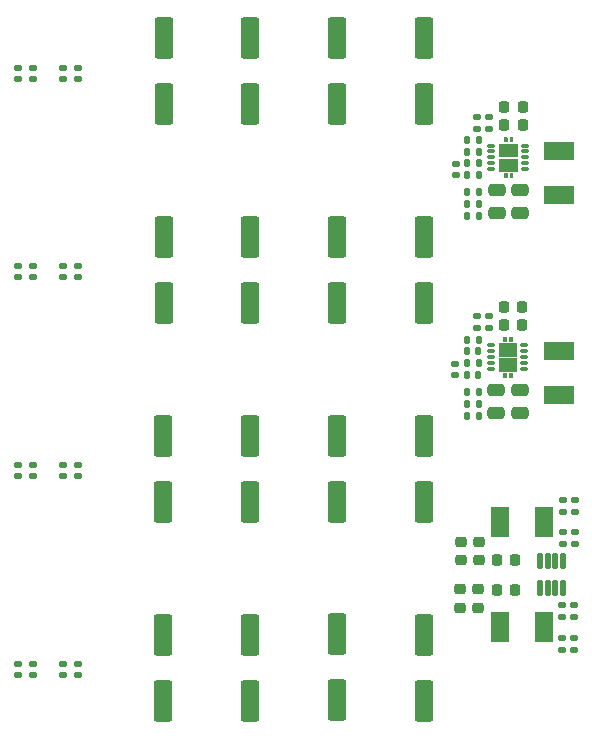
<source format=gbp>
%TF.GenerationSoftware,KiCad,Pcbnew,7.0.9*%
%TF.CreationDate,2024-12-30T23:35:23+08:00*%
%TF.ProjectId,ver0.1,76657230-2e31-42e6-9b69-6361645f7063,rev?*%
%TF.SameCoordinates,Original*%
%TF.FileFunction,Paste,Bot*%
%TF.FilePolarity,Positive*%
%FSLAX46Y46*%
G04 Gerber Fmt 4.6, Leading zero omitted, Abs format (unit mm)*
G04 Created by KiCad (PCBNEW 7.0.9) date 2024-12-30 23:35:23*
%MOMM*%
%LPD*%
G01*
G04 APERTURE LIST*
G04 Aperture macros list*
%AMRoundRect*
0 Rectangle with rounded corners*
0 $1 Rounding radius*
0 $2 $3 $4 $5 $6 $7 $8 $9 X,Y pos of 4 corners*
0 Add a 4 corners polygon primitive as box body*
4,1,4,$2,$3,$4,$5,$6,$7,$8,$9,$2,$3,0*
0 Add four circle primitives for the rounded corners*
1,1,$1+$1,$2,$3*
1,1,$1+$1,$4,$5*
1,1,$1+$1,$6,$7*
1,1,$1+$1,$8,$9*
0 Add four rect primitives between the rounded corners*
20,1,$1+$1,$2,$3,$4,$5,0*
20,1,$1+$1,$4,$5,$6,$7,0*
20,1,$1+$1,$6,$7,$8,$9,0*
20,1,$1+$1,$8,$9,$2,$3,0*%
G04 Aperture macros list end*
%ADD10C,0.010000*%
%ADD11RoundRect,0.225000X-0.225000X-0.250000X0.225000X-0.250000X0.225000X0.250000X-0.225000X0.250000X0*%
%ADD12RoundRect,0.250000X0.475000X-0.250000X0.475000X0.250000X-0.475000X0.250000X-0.475000X-0.250000X0*%
%ADD13RoundRect,0.250000X-0.550000X1.500000X-0.550000X-1.500000X0.550000X-1.500000X0.550000X1.500000X0*%
%ADD14RoundRect,0.140000X0.140000X0.170000X-0.140000X0.170000X-0.140000X-0.170000X0.140000X-0.170000X0*%
%ADD15RoundRect,0.140000X-0.170000X0.140000X-0.170000X-0.140000X0.170000X-0.140000X0.170000X0.140000X0*%
%ADD16RoundRect,0.030000X0.270000X0.090000X-0.270000X0.090000X-0.270000X-0.090000X0.270000X-0.090000X0*%
%ADD17RoundRect,0.125000X0.125000X-0.537500X0.125000X0.537500X-0.125000X0.537500X-0.125000X-0.537500X0*%
%ADD18R,1.500000X2.500000*%
%ADD19RoundRect,0.135000X0.185000X-0.135000X0.185000X0.135000X-0.185000X0.135000X-0.185000X-0.135000X0*%
%ADD20RoundRect,0.135000X-0.135000X-0.185000X0.135000X-0.185000X0.135000X0.185000X-0.135000X0.185000X0*%
%ADD21RoundRect,0.135000X-0.185000X0.135000X-0.185000X-0.135000X0.185000X-0.135000X0.185000X0.135000X0*%
%ADD22RoundRect,0.135000X0.135000X0.185000X-0.135000X0.185000X-0.135000X-0.185000X0.135000X-0.185000X0*%
%ADD23R,2.500000X1.500000*%
%ADD24RoundRect,0.225000X0.250000X-0.225000X0.250000X0.225000X-0.250000X0.225000X-0.250000X-0.225000X0*%
%ADD25RoundRect,0.225000X-0.250000X0.225000X-0.250000X-0.225000X0.250000X-0.225000X0.250000X0.225000X0*%
G04 APERTURE END LIST*
%TO.C,U2*%
D10*
X178361600Y-85296000D02*
X178363600Y-85296000D01*
X178366600Y-85297000D01*
X178368600Y-85297000D01*
X178371600Y-85298000D01*
X178373600Y-85299000D01*
X178376600Y-85300000D01*
X178378600Y-85302000D01*
X178380600Y-85303000D01*
X178382600Y-85305000D01*
X178384600Y-85306000D01*
X178386600Y-85308000D01*
X178388600Y-85310000D01*
X178390600Y-85312000D01*
X178392600Y-85314000D01*
X178393600Y-85316000D01*
X178395600Y-85318000D01*
X178396600Y-85320000D01*
X178398600Y-85322000D01*
X178399600Y-85325000D01*
X178400600Y-85327000D01*
X178401600Y-85330000D01*
X178401600Y-85332000D01*
X178402600Y-85335000D01*
X178402600Y-85337000D01*
X178403600Y-85340000D01*
X178403600Y-85342000D01*
X178403600Y-85345000D01*
X178403600Y-85635000D01*
X178153600Y-85635000D01*
X178153600Y-85345000D01*
X178153600Y-85342000D01*
X178153600Y-85340000D01*
X178154600Y-85337000D01*
X178154600Y-85335000D01*
X178155600Y-85332000D01*
X178155600Y-85330000D01*
X178156600Y-85327000D01*
X178157600Y-85325000D01*
X178158600Y-85322000D01*
X178160600Y-85320000D01*
X178161600Y-85318000D01*
X178163600Y-85316000D01*
X178164600Y-85314000D01*
X178166600Y-85312000D01*
X178168600Y-85310000D01*
X178170600Y-85308000D01*
X178172600Y-85306000D01*
X178174600Y-85305000D01*
X178176600Y-85303000D01*
X178178600Y-85302000D01*
X178180600Y-85300000D01*
X178183600Y-85299000D01*
X178185600Y-85298000D01*
X178188600Y-85297000D01*
X178190600Y-85297000D01*
X178193600Y-85296000D01*
X178195600Y-85296000D01*
X178198600Y-85295000D01*
X178200600Y-85295000D01*
X178203600Y-85295000D01*
X178353600Y-85295000D01*
X178356600Y-85295000D01*
X178358600Y-85295000D01*
X178361600Y-85296000D01*
G36*
X178361600Y-85296000D02*
G01*
X178363600Y-85296000D01*
X178366600Y-85297000D01*
X178368600Y-85297000D01*
X178371600Y-85298000D01*
X178373600Y-85299000D01*
X178376600Y-85300000D01*
X178378600Y-85302000D01*
X178380600Y-85303000D01*
X178382600Y-85305000D01*
X178384600Y-85306000D01*
X178386600Y-85308000D01*
X178388600Y-85310000D01*
X178390600Y-85312000D01*
X178392600Y-85314000D01*
X178393600Y-85316000D01*
X178395600Y-85318000D01*
X178396600Y-85320000D01*
X178398600Y-85322000D01*
X178399600Y-85325000D01*
X178400600Y-85327000D01*
X178401600Y-85330000D01*
X178401600Y-85332000D01*
X178402600Y-85335000D01*
X178402600Y-85337000D01*
X178403600Y-85340000D01*
X178403600Y-85342000D01*
X178403600Y-85345000D01*
X178403600Y-85635000D01*
X178153600Y-85635000D01*
X178153600Y-85345000D01*
X178153600Y-85342000D01*
X178153600Y-85340000D01*
X178154600Y-85337000D01*
X178154600Y-85335000D01*
X178155600Y-85332000D01*
X178155600Y-85330000D01*
X178156600Y-85327000D01*
X178157600Y-85325000D01*
X178158600Y-85322000D01*
X178160600Y-85320000D01*
X178161600Y-85318000D01*
X178163600Y-85316000D01*
X178164600Y-85314000D01*
X178166600Y-85312000D01*
X178168600Y-85310000D01*
X178170600Y-85308000D01*
X178172600Y-85306000D01*
X178174600Y-85305000D01*
X178176600Y-85303000D01*
X178178600Y-85302000D01*
X178180600Y-85300000D01*
X178183600Y-85299000D01*
X178185600Y-85298000D01*
X178188600Y-85297000D01*
X178190600Y-85297000D01*
X178193600Y-85296000D01*
X178195600Y-85296000D01*
X178198600Y-85295000D01*
X178200600Y-85295000D01*
X178203600Y-85295000D01*
X178353600Y-85295000D01*
X178356600Y-85295000D01*
X178358600Y-85295000D01*
X178361600Y-85296000D01*
G37*
X178403600Y-88645000D02*
X178403600Y-88648000D01*
X178403600Y-88650000D01*
X178402600Y-88653000D01*
X178402600Y-88655000D01*
X178401600Y-88658000D01*
X178401600Y-88660000D01*
X178400600Y-88663000D01*
X178399600Y-88665000D01*
X178398600Y-88668000D01*
X178396600Y-88670000D01*
X178395600Y-88672000D01*
X178393600Y-88674000D01*
X178392600Y-88676000D01*
X178390600Y-88678000D01*
X178388600Y-88680000D01*
X178386600Y-88682000D01*
X178384600Y-88684000D01*
X178382600Y-88685000D01*
X178380600Y-88687000D01*
X178378600Y-88688000D01*
X178376600Y-88690000D01*
X178373600Y-88691000D01*
X178371600Y-88692000D01*
X178368600Y-88693000D01*
X178366600Y-88693000D01*
X178363600Y-88694000D01*
X178361600Y-88694000D01*
X178358600Y-88695000D01*
X178356600Y-88695000D01*
X178353600Y-88695000D01*
X178203600Y-88695000D01*
X178200600Y-88695000D01*
X178198600Y-88695000D01*
X178195600Y-88694000D01*
X178193600Y-88694000D01*
X178190600Y-88693000D01*
X178188600Y-88693000D01*
X178185600Y-88692000D01*
X178183600Y-88691000D01*
X178180600Y-88690000D01*
X178178600Y-88688000D01*
X178176600Y-88687000D01*
X178174600Y-88685000D01*
X178172600Y-88684000D01*
X178170600Y-88682000D01*
X178168600Y-88680000D01*
X178166600Y-88678000D01*
X178164600Y-88676000D01*
X178163600Y-88674000D01*
X178161600Y-88672000D01*
X178160600Y-88670000D01*
X178158600Y-88668000D01*
X178157600Y-88665000D01*
X178156600Y-88663000D01*
X178155600Y-88660000D01*
X178155600Y-88658000D01*
X178154600Y-88655000D01*
X178154600Y-88653000D01*
X178153600Y-88650000D01*
X178153600Y-88648000D01*
X178153600Y-88645000D01*
X178153600Y-88355000D01*
X178403600Y-88355000D01*
X178403600Y-88645000D01*
G36*
X178403600Y-88645000D02*
G01*
X178403600Y-88648000D01*
X178403600Y-88650000D01*
X178402600Y-88653000D01*
X178402600Y-88655000D01*
X178401600Y-88658000D01*
X178401600Y-88660000D01*
X178400600Y-88663000D01*
X178399600Y-88665000D01*
X178398600Y-88668000D01*
X178396600Y-88670000D01*
X178395600Y-88672000D01*
X178393600Y-88674000D01*
X178392600Y-88676000D01*
X178390600Y-88678000D01*
X178388600Y-88680000D01*
X178386600Y-88682000D01*
X178384600Y-88684000D01*
X178382600Y-88685000D01*
X178380600Y-88687000D01*
X178378600Y-88688000D01*
X178376600Y-88690000D01*
X178373600Y-88691000D01*
X178371600Y-88692000D01*
X178368600Y-88693000D01*
X178366600Y-88693000D01*
X178363600Y-88694000D01*
X178361600Y-88694000D01*
X178358600Y-88695000D01*
X178356600Y-88695000D01*
X178353600Y-88695000D01*
X178203600Y-88695000D01*
X178200600Y-88695000D01*
X178198600Y-88695000D01*
X178195600Y-88694000D01*
X178193600Y-88694000D01*
X178190600Y-88693000D01*
X178188600Y-88693000D01*
X178185600Y-88692000D01*
X178183600Y-88691000D01*
X178180600Y-88690000D01*
X178178600Y-88688000D01*
X178176600Y-88687000D01*
X178174600Y-88685000D01*
X178172600Y-88684000D01*
X178170600Y-88682000D01*
X178168600Y-88680000D01*
X178166600Y-88678000D01*
X178164600Y-88676000D01*
X178163600Y-88674000D01*
X178161600Y-88672000D01*
X178160600Y-88670000D01*
X178158600Y-88668000D01*
X178157600Y-88665000D01*
X178156600Y-88663000D01*
X178155600Y-88660000D01*
X178155600Y-88658000D01*
X178154600Y-88655000D01*
X178154600Y-88653000D01*
X178153600Y-88650000D01*
X178153600Y-88648000D01*
X178153600Y-88645000D01*
X178153600Y-88355000D01*
X178403600Y-88355000D01*
X178403600Y-88645000D01*
G37*
X177861600Y-85296000D02*
X177863600Y-85296000D01*
X177866600Y-85297000D01*
X177868600Y-85297000D01*
X177871600Y-85298000D01*
X177873600Y-85299000D01*
X177876600Y-85300000D01*
X177878600Y-85302000D01*
X177880600Y-85303000D01*
X177882600Y-85305000D01*
X177884600Y-85306000D01*
X177886600Y-85308000D01*
X177888600Y-85310000D01*
X177890600Y-85312000D01*
X177892600Y-85314000D01*
X177893600Y-85316000D01*
X177895600Y-85318000D01*
X177896600Y-85320000D01*
X177898600Y-85322000D01*
X177899600Y-85325000D01*
X177900600Y-85327000D01*
X177901600Y-85330000D01*
X177901600Y-85332000D01*
X177902600Y-85335000D01*
X177902600Y-85337000D01*
X177903600Y-85340000D01*
X177903600Y-85342000D01*
X177903600Y-85345000D01*
X177903600Y-85635000D01*
X177653600Y-85635000D01*
X177653600Y-85345000D01*
X177653600Y-85342000D01*
X177653600Y-85340000D01*
X177654600Y-85337000D01*
X177654600Y-85335000D01*
X177655600Y-85332000D01*
X177655600Y-85330000D01*
X177656600Y-85327000D01*
X177657600Y-85325000D01*
X177658600Y-85322000D01*
X177660600Y-85320000D01*
X177661600Y-85318000D01*
X177663600Y-85316000D01*
X177664600Y-85314000D01*
X177666600Y-85312000D01*
X177668600Y-85310000D01*
X177670600Y-85308000D01*
X177672600Y-85306000D01*
X177674600Y-85305000D01*
X177676600Y-85303000D01*
X177678600Y-85302000D01*
X177680600Y-85300000D01*
X177683600Y-85299000D01*
X177685600Y-85298000D01*
X177688600Y-85297000D01*
X177690600Y-85297000D01*
X177693600Y-85296000D01*
X177695600Y-85296000D01*
X177698600Y-85295000D01*
X177700600Y-85295000D01*
X177703600Y-85295000D01*
X177853600Y-85295000D01*
X177856600Y-85295000D01*
X177858600Y-85295000D01*
X177861600Y-85296000D01*
G36*
X177861600Y-85296000D02*
G01*
X177863600Y-85296000D01*
X177866600Y-85297000D01*
X177868600Y-85297000D01*
X177871600Y-85298000D01*
X177873600Y-85299000D01*
X177876600Y-85300000D01*
X177878600Y-85302000D01*
X177880600Y-85303000D01*
X177882600Y-85305000D01*
X177884600Y-85306000D01*
X177886600Y-85308000D01*
X177888600Y-85310000D01*
X177890600Y-85312000D01*
X177892600Y-85314000D01*
X177893600Y-85316000D01*
X177895600Y-85318000D01*
X177896600Y-85320000D01*
X177898600Y-85322000D01*
X177899600Y-85325000D01*
X177900600Y-85327000D01*
X177901600Y-85330000D01*
X177901600Y-85332000D01*
X177902600Y-85335000D01*
X177902600Y-85337000D01*
X177903600Y-85340000D01*
X177903600Y-85342000D01*
X177903600Y-85345000D01*
X177903600Y-85635000D01*
X177653600Y-85635000D01*
X177653600Y-85345000D01*
X177653600Y-85342000D01*
X177653600Y-85340000D01*
X177654600Y-85337000D01*
X177654600Y-85335000D01*
X177655600Y-85332000D01*
X177655600Y-85330000D01*
X177656600Y-85327000D01*
X177657600Y-85325000D01*
X177658600Y-85322000D01*
X177660600Y-85320000D01*
X177661600Y-85318000D01*
X177663600Y-85316000D01*
X177664600Y-85314000D01*
X177666600Y-85312000D01*
X177668600Y-85310000D01*
X177670600Y-85308000D01*
X177672600Y-85306000D01*
X177674600Y-85305000D01*
X177676600Y-85303000D01*
X177678600Y-85302000D01*
X177680600Y-85300000D01*
X177683600Y-85299000D01*
X177685600Y-85298000D01*
X177688600Y-85297000D01*
X177690600Y-85297000D01*
X177693600Y-85296000D01*
X177695600Y-85296000D01*
X177698600Y-85295000D01*
X177700600Y-85295000D01*
X177703600Y-85295000D01*
X177853600Y-85295000D01*
X177856600Y-85295000D01*
X177858600Y-85295000D01*
X177861600Y-85296000D01*
G37*
X177903600Y-88645000D02*
X177903600Y-88648000D01*
X177903600Y-88650000D01*
X177902600Y-88653000D01*
X177902600Y-88655000D01*
X177901600Y-88658000D01*
X177901600Y-88660000D01*
X177900600Y-88663000D01*
X177899600Y-88665000D01*
X177898600Y-88668000D01*
X177896600Y-88670000D01*
X177895600Y-88672000D01*
X177893600Y-88674000D01*
X177892600Y-88676000D01*
X177890600Y-88678000D01*
X177888600Y-88680000D01*
X177886600Y-88682000D01*
X177884600Y-88684000D01*
X177882600Y-88685000D01*
X177880600Y-88687000D01*
X177878600Y-88688000D01*
X177876600Y-88690000D01*
X177873600Y-88691000D01*
X177871600Y-88692000D01*
X177868600Y-88693000D01*
X177866600Y-88693000D01*
X177863600Y-88694000D01*
X177861600Y-88694000D01*
X177858600Y-88695000D01*
X177856600Y-88695000D01*
X177853600Y-88695000D01*
X177703600Y-88695000D01*
X177700600Y-88695000D01*
X177698600Y-88695000D01*
X177695600Y-88694000D01*
X177693600Y-88694000D01*
X177690600Y-88693000D01*
X177688600Y-88693000D01*
X177685600Y-88692000D01*
X177683600Y-88691000D01*
X177680600Y-88690000D01*
X177678600Y-88688000D01*
X177676600Y-88687000D01*
X177674600Y-88685000D01*
X177672600Y-88684000D01*
X177670600Y-88682000D01*
X177668600Y-88680000D01*
X177666600Y-88678000D01*
X177664600Y-88676000D01*
X177663600Y-88674000D01*
X177661600Y-88672000D01*
X177660600Y-88670000D01*
X177658600Y-88668000D01*
X177657600Y-88665000D01*
X177656600Y-88663000D01*
X177655600Y-88660000D01*
X177655600Y-88658000D01*
X177654600Y-88655000D01*
X177654600Y-88653000D01*
X177653600Y-88650000D01*
X177653600Y-88648000D01*
X177653600Y-88645000D01*
X177653600Y-88355000D01*
X177903600Y-88355000D01*
X177903600Y-88645000D01*
G36*
X177903600Y-88645000D02*
G01*
X177903600Y-88648000D01*
X177903600Y-88650000D01*
X177902600Y-88653000D01*
X177902600Y-88655000D01*
X177901600Y-88658000D01*
X177901600Y-88660000D01*
X177900600Y-88663000D01*
X177899600Y-88665000D01*
X177898600Y-88668000D01*
X177896600Y-88670000D01*
X177895600Y-88672000D01*
X177893600Y-88674000D01*
X177892600Y-88676000D01*
X177890600Y-88678000D01*
X177888600Y-88680000D01*
X177886600Y-88682000D01*
X177884600Y-88684000D01*
X177882600Y-88685000D01*
X177880600Y-88687000D01*
X177878600Y-88688000D01*
X177876600Y-88690000D01*
X177873600Y-88691000D01*
X177871600Y-88692000D01*
X177868600Y-88693000D01*
X177866600Y-88693000D01*
X177863600Y-88694000D01*
X177861600Y-88694000D01*
X177858600Y-88695000D01*
X177856600Y-88695000D01*
X177853600Y-88695000D01*
X177703600Y-88695000D01*
X177700600Y-88695000D01*
X177698600Y-88695000D01*
X177695600Y-88694000D01*
X177693600Y-88694000D01*
X177690600Y-88693000D01*
X177688600Y-88693000D01*
X177685600Y-88692000D01*
X177683600Y-88691000D01*
X177680600Y-88690000D01*
X177678600Y-88688000D01*
X177676600Y-88687000D01*
X177674600Y-88685000D01*
X177672600Y-88684000D01*
X177670600Y-88682000D01*
X177668600Y-88680000D01*
X177666600Y-88678000D01*
X177664600Y-88676000D01*
X177663600Y-88674000D01*
X177661600Y-88672000D01*
X177660600Y-88670000D01*
X177658600Y-88668000D01*
X177657600Y-88665000D01*
X177656600Y-88663000D01*
X177655600Y-88660000D01*
X177655600Y-88658000D01*
X177654600Y-88655000D01*
X177654600Y-88653000D01*
X177653600Y-88650000D01*
X177653600Y-88648000D01*
X177653600Y-88645000D01*
X177653600Y-88355000D01*
X177903600Y-88355000D01*
X177903600Y-88645000D01*
G37*
X178736600Y-87096000D02*
X178738600Y-87096000D01*
X178741600Y-87097000D01*
X178743600Y-87097000D01*
X178746600Y-87098000D01*
X178748600Y-87099000D01*
X178751600Y-87100000D01*
X178753600Y-87102000D01*
X178755600Y-87103000D01*
X178757600Y-87105000D01*
X178759600Y-87106000D01*
X178761600Y-87108000D01*
X178763600Y-87110000D01*
X178765600Y-87112000D01*
X178767600Y-87114000D01*
X178768600Y-87116000D01*
X178770600Y-87118000D01*
X178771600Y-87120000D01*
X178773600Y-87122000D01*
X178774600Y-87125000D01*
X178775600Y-87127000D01*
X178776600Y-87130000D01*
X178776600Y-87132000D01*
X178777600Y-87135000D01*
X178777600Y-87137000D01*
X178778600Y-87140000D01*
X178778600Y-87142000D01*
X178778600Y-87145000D01*
X178778600Y-88105000D01*
X178778600Y-88108000D01*
X178778600Y-88110000D01*
X178777600Y-88113000D01*
X178777600Y-88115000D01*
X178776600Y-88118000D01*
X178776600Y-88120000D01*
X178775600Y-88123000D01*
X178774600Y-88125000D01*
X178773600Y-88128000D01*
X178771600Y-88130000D01*
X178770600Y-88132000D01*
X178768600Y-88134000D01*
X178767600Y-88136000D01*
X178765600Y-88138000D01*
X178763600Y-88140000D01*
X178761600Y-88142000D01*
X178759600Y-88144000D01*
X178757600Y-88145000D01*
X178755600Y-88147000D01*
X178753600Y-88148000D01*
X178751600Y-88150000D01*
X178748600Y-88151000D01*
X178746600Y-88152000D01*
X178743600Y-88153000D01*
X178741600Y-88153000D01*
X178738600Y-88154000D01*
X178736600Y-88154000D01*
X178733600Y-88155000D01*
X178731600Y-88155000D01*
X178728600Y-88155000D01*
X177328600Y-88155000D01*
X177325600Y-88155000D01*
X177323600Y-88155000D01*
X177320600Y-88154000D01*
X177318600Y-88154000D01*
X177315600Y-88153000D01*
X177313600Y-88153000D01*
X177310600Y-88152000D01*
X177308600Y-88151000D01*
X177305600Y-88150000D01*
X177303600Y-88148000D01*
X177301600Y-88147000D01*
X177299600Y-88145000D01*
X177297600Y-88144000D01*
X177295600Y-88142000D01*
X177293600Y-88140000D01*
X177291600Y-88138000D01*
X177289600Y-88136000D01*
X177288600Y-88134000D01*
X177286600Y-88132000D01*
X177285600Y-88130000D01*
X177283600Y-88128000D01*
X177282600Y-88125000D01*
X177281600Y-88123000D01*
X177280600Y-88120000D01*
X177280600Y-88118000D01*
X177279600Y-88115000D01*
X177279600Y-88113000D01*
X177278600Y-88110000D01*
X177278600Y-88108000D01*
X177278600Y-88105000D01*
X177278600Y-87145000D01*
X177278600Y-87142000D01*
X177278600Y-87140000D01*
X177279600Y-87137000D01*
X177279600Y-87135000D01*
X177280600Y-87132000D01*
X177280600Y-87130000D01*
X177281600Y-87127000D01*
X177282600Y-87125000D01*
X177283600Y-87122000D01*
X177285600Y-87120000D01*
X177286600Y-87118000D01*
X177288600Y-87116000D01*
X177289600Y-87114000D01*
X177291600Y-87112000D01*
X177293600Y-87110000D01*
X177295600Y-87108000D01*
X177297600Y-87106000D01*
X177299600Y-87105000D01*
X177301600Y-87103000D01*
X177303600Y-87102000D01*
X177305600Y-87100000D01*
X177308600Y-87099000D01*
X177310600Y-87098000D01*
X177313600Y-87097000D01*
X177315600Y-87097000D01*
X177318600Y-87096000D01*
X177320600Y-87096000D01*
X177323600Y-87095000D01*
X177325600Y-87095000D01*
X177328600Y-87095000D01*
X178728600Y-87095000D01*
X178731600Y-87095000D01*
X178733600Y-87095000D01*
X178736600Y-87096000D01*
G36*
X178736600Y-87096000D02*
G01*
X178738600Y-87096000D01*
X178741600Y-87097000D01*
X178743600Y-87097000D01*
X178746600Y-87098000D01*
X178748600Y-87099000D01*
X178751600Y-87100000D01*
X178753600Y-87102000D01*
X178755600Y-87103000D01*
X178757600Y-87105000D01*
X178759600Y-87106000D01*
X178761600Y-87108000D01*
X178763600Y-87110000D01*
X178765600Y-87112000D01*
X178767600Y-87114000D01*
X178768600Y-87116000D01*
X178770600Y-87118000D01*
X178771600Y-87120000D01*
X178773600Y-87122000D01*
X178774600Y-87125000D01*
X178775600Y-87127000D01*
X178776600Y-87130000D01*
X178776600Y-87132000D01*
X178777600Y-87135000D01*
X178777600Y-87137000D01*
X178778600Y-87140000D01*
X178778600Y-87142000D01*
X178778600Y-87145000D01*
X178778600Y-88105000D01*
X178778600Y-88108000D01*
X178778600Y-88110000D01*
X178777600Y-88113000D01*
X178777600Y-88115000D01*
X178776600Y-88118000D01*
X178776600Y-88120000D01*
X178775600Y-88123000D01*
X178774600Y-88125000D01*
X178773600Y-88128000D01*
X178771600Y-88130000D01*
X178770600Y-88132000D01*
X178768600Y-88134000D01*
X178767600Y-88136000D01*
X178765600Y-88138000D01*
X178763600Y-88140000D01*
X178761600Y-88142000D01*
X178759600Y-88144000D01*
X178757600Y-88145000D01*
X178755600Y-88147000D01*
X178753600Y-88148000D01*
X178751600Y-88150000D01*
X178748600Y-88151000D01*
X178746600Y-88152000D01*
X178743600Y-88153000D01*
X178741600Y-88153000D01*
X178738600Y-88154000D01*
X178736600Y-88154000D01*
X178733600Y-88155000D01*
X178731600Y-88155000D01*
X178728600Y-88155000D01*
X177328600Y-88155000D01*
X177325600Y-88155000D01*
X177323600Y-88155000D01*
X177320600Y-88154000D01*
X177318600Y-88154000D01*
X177315600Y-88153000D01*
X177313600Y-88153000D01*
X177310600Y-88152000D01*
X177308600Y-88151000D01*
X177305600Y-88150000D01*
X177303600Y-88148000D01*
X177301600Y-88147000D01*
X177299600Y-88145000D01*
X177297600Y-88144000D01*
X177295600Y-88142000D01*
X177293600Y-88140000D01*
X177291600Y-88138000D01*
X177289600Y-88136000D01*
X177288600Y-88134000D01*
X177286600Y-88132000D01*
X177285600Y-88130000D01*
X177283600Y-88128000D01*
X177282600Y-88125000D01*
X177281600Y-88123000D01*
X177280600Y-88120000D01*
X177280600Y-88118000D01*
X177279600Y-88115000D01*
X177279600Y-88113000D01*
X177278600Y-88110000D01*
X177278600Y-88108000D01*
X177278600Y-88105000D01*
X177278600Y-87145000D01*
X177278600Y-87142000D01*
X177278600Y-87140000D01*
X177279600Y-87137000D01*
X177279600Y-87135000D01*
X177280600Y-87132000D01*
X177280600Y-87130000D01*
X177281600Y-87127000D01*
X177282600Y-87125000D01*
X177283600Y-87122000D01*
X177285600Y-87120000D01*
X177286600Y-87118000D01*
X177288600Y-87116000D01*
X177289600Y-87114000D01*
X177291600Y-87112000D01*
X177293600Y-87110000D01*
X177295600Y-87108000D01*
X177297600Y-87106000D01*
X177299600Y-87105000D01*
X177301600Y-87103000D01*
X177303600Y-87102000D01*
X177305600Y-87100000D01*
X177308600Y-87099000D01*
X177310600Y-87098000D01*
X177313600Y-87097000D01*
X177315600Y-87097000D01*
X177318600Y-87096000D01*
X177320600Y-87096000D01*
X177323600Y-87095000D01*
X177325600Y-87095000D01*
X177328600Y-87095000D01*
X178728600Y-87095000D01*
X178731600Y-87095000D01*
X178733600Y-87095000D01*
X178736600Y-87096000D01*
G37*
X178736600Y-85836000D02*
X178738600Y-85836000D01*
X178741600Y-85837000D01*
X178743600Y-85837000D01*
X178746600Y-85838000D01*
X178748600Y-85839000D01*
X178751600Y-85840000D01*
X178753600Y-85842000D01*
X178755600Y-85843000D01*
X178757600Y-85845000D01*
X178759600Y-85846000D01*
X178761600Y-85848000D01*
X178763600Y-85850000D01*
X178765600Y-85852000D01*
X178767600Y-85854000D01*
X178768600Y-85856000D01*
X178770600Y-85858000D01*
X178771600Y-85860000D01*
X178773600Y-85862000D01*
X178774600Y-85865000D01*
X178775600Y-85867000D01*
X178776600Y-85870000D01*
X178776600Y-85872000D01*
X178777600Y-85875000D01*
X178777600Y-85877000D01*
X178778600Y-85880000D01*
X178778600Y-85882000D01*
X178778600Y-85885000D01*
X178778600Y-86845000D01*
X178778600Y-86848000D01*
X178778600Y-86850000D01*
X178777600Y-86853000D01*
X178777600Y-86855000D01*
X178776600Y-86858000D01*
X178776600Y-86860000D01*
X178775600Y-86863000D01*
X178774600Y-86865000D01*
X178773600Y-86868000D01*
X178771600Y-86870000D01*
X178770600Y-86872000D01*
X178768600Y-86874000D01*
X178767600Y-86876000D01*
X178765600Y-86878000D01*
X178763600Y-86880000D01*
X178761600Y-86882000D01*
X178759600Y-86884000D01*
X178757600Y-86885000D01*
X178755600Y-86887000D01*
X178753600Y-86888000D01*
X178751600Y-86890000D01*
X178748600Y-86891000D01*
X178746600Y-86892000D01*
X178743600Y-86893000D01*
X178741600Y-86893000D01*
X178738600Y-86894000D01*
X178736600Y-86894000D01*
X178733600Y-86895000D01*
X178731600Y-86895000D01*
X178728600Y-86895000D01*
X177328600Y-86895000D01*
X177325600Y-86895000D01*
X177323600Y-86895000D01*
X177320600Y-86894000D01*
X177318600Y-86894000D01*
X177315600Y-86893000D01*
X177313600Y-86893000D01*
X177310600Y-86892000D01*
X177308600Y-86891000D01*
X177305600Y-86890000D01*
X177303600Y-86888000D01*
X177301600Y-86887000D01*
X177299600Y-86885000D01*
X177297600Y-86884000D01*
X177295600Y-86882000D01*
X177293600Y-86880000D01*
X177291600Y-86878000D01*
X177289600Y-86876000D01*
X177288600Y-86874000D01*
X177286600Y-86872000D01*
X177285600Y-86870000D01*
X177283600Y-86868000D01*
X177282600Y-86865000D01*
X177281600Y-86863000D01*
X177280600Y-86860000D01*
X177280600Y-86858000D01*
X177279600Y-86855000D01*
X177279600Y-86853000D01*
X177278600Y-86850000D01*
X177278600Y-86848000D01*
X177278600Y-86845000D01*
X177278600Y-85885000D01*
X177278600Y-85882000D01*
X177278600Y-85880000D01*
X177279600Y-85877000D01*
X177279600Y-85875000D01*
X177280600Y-85872000D01*
X177280600Y-85870000D01*
X177281600Y-85867000D01*
X177282600Y-85865000D01*
X177283600Y-85862000D01*
X177285600Y-85860000D01*
X177286600Y-85858000D01*
X177288600Y-85856000D01*
X177289600Y-85854000D01*
X177291600Y-85852000D01*
X177293600Y-85850000D01*
X177295600Y-85848000D01*
X177297600Y-85846000D01*
X177299600Y-85845000D01*
X177301600Y-85843000D01*
X177303600Y-85842000D01*
X177305600Y-85840000D01*
X177308600Y-85839000D01*
X177310600Y-85838000D01*
X177313600Y-85837000D01*
X177315600Y-85837000D01*
X177318600Y-85836000D01*
X177320600Y-85836000D01*
X177323600Y-85835000D01*
X177325600Y-85835000D01*
X177328600Y-85835000D01*
X178728600Y-85835000D01*
X178731600Y-85835000D01*
X178733600Y-85835000D01*
X178736600Y-85836000D01*
G36*
X178736600Y-85836000D02*
G01*
X178738600Y-85836000D01*
X178741600Y-85837000D01*
X178743600Y-85837000D01*
X178746600Y-85838000D01*
X178748600Y-85839000D01*
X178751600Y-85840000D01*
X178753600Y-85842000D01*
X178755600Y-85843000D01*
X178757600Y-85845000D01*
X178759600Y-85846000D01*
X178761600Y-85848000D01*
X178763600Y-85850000D01*
X178765600Y-85852000D01*
X178767600Y-85854000D01*
X178768600Y-85856000D01*
X178770600Y-85858000D01*
X178771600Y-85860000D01*
X178773600Y-85862000D01*
X178774600Y-85865000D01*
X178775600Y-85867000D01*
X178776600Y-85870000D01*
X178776600Y-85872000D01*
X178777600Y-85875000D01*
X178777600Y-85877000D01*
X178778600Y-85880000D01*
X178778600Y-85882000D01*
X178778600Y-85885000D01*
X178778600Y-86845000D01*
X178778600Y-86848000D01*
X178778600Y-86850000D01*
X178777600Y-86853000D01*
X178777600Y-86855000D01*
X178776600Y-86858000D01*
X178776600Y-86860000D01*
X178775600Y-86863000D01*
X178774600Y-86865000D01*
X178773600Y-86868000D01*
X178771600Y-86870000D01*
X178770600Y-86872000D01*
X178768600Y-86874000D01*
X178767600Y-86876000D01*
X178765600Y-86878000D01*
X178763600Y-86880000D01*
X178761600Y-86882000D01*
X178759600Y-86884000D01*
X178757600Y-86885000D01*
X178755600Y-86887000D01*
X178753600Y-86888000D01*
X178751600Y-86890000D01*
X178748600Y-86891000D01*
X178746600Y-86892000D01*
X178743600Y-86893000D01*
X178741600Y-86893000D01*
X178738600Y-86894000D01*
X178736600Y-86894000D01*
X178733600Y-86895000D01*
X178731600Y-86895000D01*
X178728600Y-86895000D01*
X177328600Y-86895000D01*
X177325600Y-86895000D01*
X177323600Y-86895000D01*
X177320600Y-86894000D01*
X177318600Y-86894000D01*
X177315600Y-86893000D01*
X177313600Y-86893000D01*
X177310600Y-86892000D01*
X177308600Y-86891000D01*
X177305600Y-86890000D01*
X177303600Y-86888000D01*
X177301600Y-86887000D01*
X177299600Y-86885000D01*
X177297600Y-86884000D01*
X177295600Y-86882000D01*
X177293600Y-86880000D01*
X177291600Y-86878000D01*
X177289600Y-86876000D01*
X177288600Y-86874000D01*
X177286600Y-86872000D01*
X177285600Y-86870000D01*
X177283600Y-86868000D01*
X177282600Y-86865000D01*
X177281600Y-86863000D01*
X177280600Y-86860000D01*
X177280600Y-86858000D01*
X177279600Y-86855000D01*
X177279600Y-86853000D01*
X177278600Y-86850000D01*
X177278600Y-86848000D01*
X177278600Y-86845000D01*
X177278600Y-85885000D01*
X177278600Y-85882000D01*
X177278600Y-85880000D01*
X177279600Y-85877000D01*
X177279600Y-85875000D01*
X177280600Y-85872000D01*
X177280600Y-85870000D01*
X177281600Y-85867000D01*
X177282600Y-85865000D01*
X177283600Y-85862000D01*
X177285600Y-85860000D01*
X177286600Y-85858000D01*
X177288600Y-85856000D01*
X177289600Y-85854000D01*
X177291600Y-85852000D01*
X177293600Y-85850000D01*
X177295600Y-85848000D01*
X177297600Y-85846000D01*
X177299600Y-85845000D01*
X177301600Y-85843000D01*
X177303600Y-85842000D01*
X177305600Y-85840000D01*
X177308600Y-85839000D01*
X177310600Y-85838000D01*
X177313600Y-85837000D01*
X177315600Y-85837000D01*
X177318600Y-85836000D01*
X177320600Y-85836000D01*
X177323600Y-85835000D01*
X177325600Y-85835000D01*
X177328600Y-85835000D01*
X178728600Y-85835000D01*
X178731600Y-85835000D01*
X178733600Y-85835000D01*
X178736600Y-85836000D01*
G37*
%TO.C,U1*%
X178310800Y-102212400D02*
X178312800Y-102212400D01*
X178315800Y-102213400D01*
X178317800Y-102213400D01*
X178320800Y-102214400D01*
X178322800Y-102215400D01*
X178325800Y-102216400D01*
X178327800Y-102218400D01*
X178329800Y-102219400D01*
X178331800Y-102221400D01*
X178333800Y-102222400D01*
X178335800Y-102224400D01*
X178337800Y-102226400D01*
X178339800Y-102228400D01*
X178341800Y-102230400D01*
X178342800Y-102232400D01*
X178344800Y-102234400D01*
X178345800Y-102236400D01*
X178347800Y-102238400D01*
X178348800Y-102241400D01*
X178349800Y-102243400D01*
X178350800Y-102246400D01*
X178350800Y-102248400D01*
X178351800Y-102251400D01*
X178351800Y-102253400D01*
X178352800Y-102256400D01*
X178352800Y-102258400D01*
X178352800Y-102261400D01*
X178352800Y-102551400D01*
X178102800Y-102551400D01*
X178102800Y-102261400D01*
X178102800Y-102258400D01*
X178102800Y-102256400D01*
X178103800Y-102253400D01*
X178103800Y-102251400D01*
X178104800Y-102248400D01*
X178104800Y-102246400D01*
X178105800Y-102243400D01*
X178106800Y-102241400D01*
X178107800Y-102238400D01*
X178109800Y-102236400D01*
X178110800Y-102234400D01*
X178112800Y-102232400D01*
X178113800Y-102230400D01*
X178115800Y-102228400D01*
X178117800Y-102226400D01*
X178119800Y-102224400D01*
X178121800Y-102222400D01*
X178123800Y-102221400D01*
X178125800Y-102219400D01*
X178127800Y-102218400D01*
X178129800Y-102216400D01*
X178132800Y-102215400D01*
X178134800Y-102214400D01*
X178137800Y-102213400D01*
X178139800Y-102213400D01*
X178142800Y-102212400D01*
X178144800Y-102212400D01*
X178147800Y-102211400D01*
X178149800Y-102211400D01*
X178152800Y-102211400D01*
X178302800Y-102211400D01*
X178305800Y-102211400D01*
X178307800Y-102211400D01*
X178310800Y-102212400D01*
G36*
X178310800Y-102212400D02*
G01*
X178312800Y-102212400D01*
X178315800Y-102213400D01*
X178317800Y-102213400D01*
X178320800Y-102214400D01*
X178322800Y-102215400D01*
X178325800Y-102216400D01*
X178327800Y-102218400D01*
X178329800Y-102219400D01*
X178331800Y-102221400D01*
X178333800Y-102222400D01*
X178335800Y-102224400D01*
X178337800Y-102226400D01*
X178339800Y-102228400D01*
X178341800Y-102230400D01*
X178342800Y-102232400D01*
X178344800Y-102234400D01*
X178345800Y-102236400D01*
X178347800Y-102238400D01*
X178348800Y-102241400D01*
X178349800Y-102243400D01*
X178350800Y-102246400D01*
X178350800Y-102248400D01*
X178351800Y-102251400D01*
X178351800Y-102253400D01*
X178352800Y-102256400D01*
X178352800Y-102258400D01*
X178352800Y-102261400D01*
X178352800Y-102551400D01*
X178102800Y-102551400D01*
X178102800Y-102261400D01*
X178102800Y-102258400D01*
X178102800Y-102256400D01*
X178103800Y-102253400D01*
X178103800Y-102251400D01*
X178104800Y-102248400D01*
X178104800Y-102246400D01*
X178105800Y-102243400D01*
X178106800Y-102241400D01*
X178107800Y-102238400D01*
X178109800Y-102236400D01*
X178110800Y-102234400D01*
X178112800Y-102232400D01*
X178113800Y-102230400D01*
X178115800Y-102228400D01*
X178117800Y-102226400D01*
X178119800Y-102224400D01*
X178121800Y-102222400D01*
X178123800Y-102221400D01*
X178125800Y-102219400D01*
X178127800Y-102218400D01*
X178129800Y-102216400D01*
X178132800Y-102215400D01*
X178134800Y-102214400D01*
X178137800Y-102213400D01*
X178139800Y-102213400D01*
X178142800Y-102212400D01*
X178144800Y-102212400D01*
X178147800Y-102211400D01*
X178149800Y-102211400D01*
X178152800Y-102211400D01*
X178302800Y-102211400D01*
X178305800Y-102211400D01*
X178307800Y-102211400D01*
X178310800Y-102212400D01*
G37*
X178352800Y-105561400D02*
X178352800Y-105564400D01*
X178352800Y-105566400D01*
X178351800Y-105569400D01*
X178351800Y-105571400D01*
X178350800Y-105574400D01*
X178350800Y-105576400D01*
X178349800Y-105579400D01*
X178348800Y-105581400D01*
X178347800Y-105584400D01*
X178345800Y-105586400D01*
X178344800Y-105588400D01*
X178342800Y-105590400D01*
X178341800Y-105592400D01*
X178339800Y-105594400D01*
X178337800Y-105596400D01*
X178335800Y-105598400D01*
X178333800Y-105600400D01*
X178331800Y-105601400D01*
X178329800Y-105603400D01*
X178327800Y-105604400D01*
X178325800Y-105606400D01*
X178322800Y-105607400D01*
X178320800Y-105608400D01*
X178317800Y-105609400D01*
X178315800Y-105609400D01*
X178312800Y-105610400D01*
X178310800Y-105610400D01*
X178307800Y-105611400D01*
X178305800Y-105611400D01*
X178302800Y-105611400D01*
X178152800Y-105611400D01*
X178149800Y-105611400D01*
X178147800Y-105611400D01*
X178144800Y-105610400D01*
X178142800Y-105610400D01*
X178139800Y-105609400D01*
X178137800Y-105609400D01*
X178134800Y-105608400D01*
X178132800Y-105607400D01*
X178129800Y-105606400D01*
X178127800Y-105604400D01*
X178125800Y-105603400D01*
X178123800Y-105601400D01*
X178121800Y-105600400D01*
X178119800Y-105598400D01*
X178117800Y-105596400D01*
X178115800Y-105594400D01*
X178113800Y-105592400D01*
X178112800Y-105590400D01*
X178110800Y-105588400D01*
X178109800Y-105586400D01*
X178107800Y-105584400D01*
X178106800Y-105581400D01*
X178105800Y-105579400D01*
X178104800Y-105576400D01*
X178104800Y-105574400D01*
X178103800Y-105571400D01*
X178103800Y-105569400D01*
X178102800Y-105566400D01*
X178102800Y-105564400D01*
X178102800Y-105561400D01*
X178102800Y-105271400D01*
X178352800Y-105271400D01*
X178352800Y-105561400D01*
G36*
X178352800Y-105561400D02*
G01*
X178352800Y-105564400D01*
X178352800Y-105566400D01*
X178351800Y-105569400D01*
X178351800Y-105571400D01*
X178350800Y-105574400D01*
X178350800Y-105576400D01*
X178349800Y-105579400D01*
X178348800Y-105581400D01*
X178347800Y-105584400D01*
X178345800Y-105586400D01*
X178344800Y-105588400D01*
X178342800Y-105590400D01*
X178341800Y-105592400D01*
X178339800Y-105594400D01*
X178337800Y-105596400D01*
X178335800Y-105598400D01*
X178333800Y-105600400D01*
X178331800Y-105601400D01*
X178329800Y-105603400D01*
X178327800Y-105604400D01*
X178325800Y-105606400D01*
X178322800Y-105607400D01*
X178320800Y-105608400D01*
X178317800Y-105609400D01*
X178315800Y-105609400D01*
X178312800Y-105610400D01*
X178310800Y-105610400D01*
X178307800Y-105611400D01*
X178305800Y-105611400D01*
X178302800Y-105611400D01*
X178152800Y-105611400D01*
X178149800Y-105611400D01*
X178147800Y-105611400D01*
X178144800Y-105610400D01*
X178142800Y-105610400D01*
X178139800Y-105609400D01*
X178137800Y-105609400D01*
X178134800Y-105608400D01*
X178132800Y-105607400D01*
X178129800Y-105606400D01*
X178127800Y-105604400D01*
X178125800Y-105603400D01*
X178123800Y-105601400D01*
X178121800Y-105600400D01*
X178119800Y-105598400D01*
X178117800Y-105596400D01*
X178115800Y-105594400D01*
X178113800Y-105592400D01*
X178112800Y-105590400D01*
X178110800Y-105588400D01*
X178109800Y-105586400D01*
X178107800Y-105584400D01*
X178106800Y-105581400D01*
X178105800Y-105579400D01*
X178104800Y-105576400D01*
X178104800Y-105574400D01*
X178103800Y-105571400D01*
X178103800Y-105569400D01*
X178102800Y-105566400D01*
X178102800Y-105564400D01*
X178102800Y-105561400D01*
X178102800Y-105271400D01*
X178352800Y-105271400D01*
X178352800Y-105561400D01*
G37*
X177810800Y-102212400D02*
X177812800Y-102212400D01*
X177815800Y-102213400D01*
X177817800Y-102213400D01*
X177820800Y-102214400D01*
X177822800Y-102215400D01*
X177825800Y-102216400D01*
X177827800Y-102218400D01*
X177829800Y-102219400D01*
X177831800Y-102221400D01*
X177833800Y-102222400D01*
X177835800Y-102224400D01*
X177837800Y-102226400D01*
X177839800Y-102228400D01*
X177841800Y-102230400D01*
X177842800Y-102232400D01*
X177844800Y-102234400D01*
X177845800Y-102236400D01*
X177847800Y-102238400D01*
X177848800Y-102241400D01*
X177849800Y-102243400D01*
X177850800Y-102246400D01*
X177850800Y-102248400D01*
X177851800Y-102251400D01*
X177851800Y-102253400D01*
X177852800Y-102256400D01*
X177852800Y-102258400D01*
X177852800Y-102261400D01*
X177852800Y-102551400D01*
X177602800Y-102551400D01*
X177602800Y-102261400D01*
X177602800Y-102258400D01*
X177602800Y-102256400D01*
X177603800Y-102253400D01*
X177603800Y-102251400D01*
X177604800Y-102248400D01*
X177604800Y-102246400D01*
X177605800Y-102243400D01*
X177606800Y-102241400D01*
X177607800Y-102238400D01*
X177609800Y-102236400D01*
X177610800Y-102234400D01*
X177612800Y-102232400D01*
X177613800Y-102230400D01*
X177615800Y-102228400D01*
X177617800Y-102226400D01*
X177619800Y-102224400D01*
X177621800Y-102222400D01*
X177623800Y-102221400D01*
X177625800Y-102219400D01*
X177627800Y-102218400D01*
X177629800Y-102216400D01*
X177632800Y-102215400D01*
X177634800Y-102214400D01*
X177637800Y-102213400D01*
X177639800Y-102213400D01*
X177642800Y-102212400D01*
X177644800Y-102212400D01*
X177647800Y-102211400D01*
X177649800Y-102211400D01*
X177652800Y-102211400D01*
X177802800Y-102211400D01*
X177805800Y-102211400D01*
X177807800Y-102211400D01*
X177810800Y-102212400D01*
G36*
X177810800Y-102212400D02*
G01*
X177812800Y-102212400D01*
X177815800Y-102213400D01*
X177817800Y-102213400D01*
X177820800Y-102214400D01*
X177822800Y-102215400D01*
X177825800Y-102216400D01*
X177827800Y-102218400D01*
X177829800Y-102219400D01*
X177831800Y-102221400D01*
X177833800Y-102222400D01*
X177835800Y-102224400D01*
X177837800Y-102226400D01*
X177839800Y-102228400D01*
X177841800Y-102230400D01*
X177842800Y-102232400D01*
X177844800Y-102234400D01*
X177845800Y-102236400D01*
X177847800Y-102238400D01*
X177848800Y-102241400D01*
X177849800Y-102243400D01*
X177850800Y-102246400D01*
X177850800Y-102248400D01*
X177851800Y-102251400D01*
X177851800Y-102253400D01*
X177852800Y-102256400D01*
X177852800Y-102258400D01*
X177852800Y-102261400D01*
X177852800Y-102551400D01*
X177602800Y-102551400D01*
X177602800Y-102261400D01*
X177602800Y-102258400D01*
X177602800Y-102256400D01*
X177603800Y-102253400D01*
X177603800Y-102251400D01*
X177604800Y-102248400D01*
X177604800Y-102246400D01*
X177605800Y-102243400D01*
X177606800Y-102241400D01*
X177607800Y-102238400D01*
X177609800Y-102236400D01*
X177610800Y-102234400D01*
X177612800Y-102232400D01*
X177613800Y-102230400D01*
X177615800Y-102228400D01*
X177617800Y-102226400D01*
X177619800Y-102224400D01*
X177621800Y-102222400D01*
X177623800Y-102221400D01*
X177625800Y-102219400D01*
X177627800Y-102218400D01*
X177629800Y-102216400D01*
X177632800Y-102215400D01*
X177634800Y-102214400D01*
X177637800Y-102213400D01*
X177639800Y-102213400D01*
X177642800Y-102212400D01*
X177644800Y-102212400D01*
X177647800Y-102211400D01*
X177649800Y-102211400D01*
X177652800Y-102211400D01*
X177802800Y-102211400D01*
X177805800Y-102211400D01*
X177807800Y-102211400D01*
X177810800Y-102212400D01*
G37*
X177852800Y-105561400D02*
X177852800Y-105564400D01*
X177852800Y-105566400D01*
X177851800Y-105569400D01*
X177851800Y-105571400D01*
X177850800Y-105574400D01*
X177850800Y-105576400D01*
X177849800Y-105579400D01*
X177848800Y-105581400D01*
X177847800Y-105584400D01*
X177845800Y-105586400D01*
X177844800Y-105588400D01*
X177842800Y-105590400D01*
X177841800Y-105592400D01*
X177839800Y-105594400D01*
X177837800Y-105596400D01*
X177835800Y-105598400D01*
X177833800Y-105600400D01*
X177831800Y-105601400D01*
X177829800Y-105603400D01*
X177827800Y-105604400D01*
X177825800Y-105606400D01*
X177822800Y-105607400D01*
X177820800Y-105608400D01*
X177817800Y-105609400D01*
X177815800Y-105609400D01*
X177812800Y-105610400D01*
X177810800Y-105610400D01*
X177807800Y-105611400D01*
X177805800Y-105611400D01*
X177802800Y-105611400D01*
X177652800Y-105611400D01*
X177649800Y-105611400D01*
X177647800Y-105611400D01*
X177644800Y-105610400D01*
X177642800Y-105610400D01*
X177639800Y-105609400D01*
X177637800Y-105609400D01*
X177634800Y-105608400D01*
X177632800Y-105607400D01*
X177629800Y-105606400D01*
X177627800Y-105604400D01*
X177625800Y-105603400D01*
X177623800Y-105601400D01*
X177621800Y-105600400D01*
X177619800Y-105598400D01*
X177617800Y-105596400D01*
X177615800Y-105594400D01*
X177613800Y-105592400D01*
X177612800Y-105590400D01*
X177610800Y-105588400D01*
X177609800Y-105586400D01*
X177607800Y-105584400D01*
X177606800Y-105581400D01*
X177605800Y-105579400D01*
X177604800Y-105576400D01*
X177604800Y-105574400D01*
X177603800Y-105571400D01*
X177603800Y-105569400D01*
X177602800Y-105566400D01*
X177602800Y-105564400D01*
X177602800Y-105561400D01*
X177602800Y-105271400D01*
X177852800Y-105271400D01*
X177852800Y-105561400D01*
G36*
X177852800Y-105561400D02*
G01*
X177852800Y-105564400D01*
X177852800Y-105566400D01*
X177851800Y-105569400D01*
X177851800Y-105571400D01*
X177850800Y-105574400D01*
X177850800Y-105576400D01*
X177849800Y-105579400D01*
X177848800Y-105581400D01*
X177847800Y-105584400D01*
X177845800Y-105586400D01*
X177844800Y-105588400D01*
X177842800Y-105590400D01*
X177841800Y-105592400D01*
X177839800Y-105594400D01*
X177837800Y-105596400D01*
X177835800Y-105598400D01*
X177833800Y-105600400D01*
X177831800Y-105601400D01*
X177829800Y-105603400D01*
X177827800Y-105604400D01*
X177825800Y-105606400D01*
X177822800Y-105607400D01*
X177820800Y-105608400D01*
X177817800Y-105609400D01*
X177815800Y-105609400D01*
X177812800Y-105610400D01*
X177810800Y-105610400D01*
X177807800Y-105611400D01*
X177805800Y-105611400D01*
X177802800Y-105611400D01*
X177652800Y-105611400D01*
X177649800Y-105611400D01*
X177647800Y-105611400D01*
X177644800Y-105610400D01*
X177642800Y-105610400D01*
X177639800Y-105609400D01*
X177637800Y-105609400D01*
X177634800Y-105608400D01*
X177632800Y-105607400D01*
X177629800Y-105606400D01*
X177627800Y-105604400D01*
X177625800Y-105603400D01*
X177623800Y-105601400D01*
X177621800Y-105600400D01*
X177619800Y-105598400D01*
X177617800Y-105596400D01*
X177615800Y-105594400D01*
X177613800Y-105592400D01*
X177612800Y-105590400D01*
X177610800Y-105588400D01*
X177609800Y-105586400D01*
X177607800Y-105584400D01*
X177606800Y-105581400D01*
X177605800Y-105579400D01*
X177604800Y-105576400D01*
X177604800Y-105574400D01*
X177603800Y-105571400D01*
X177603800Y-105569400D01*
X177602800Y-105566400D01*
X177602800Y-105564400D01*
X177602800Y-105561400D01*
X177602800Y-105271400D01*
X177852800Y-105271400D01*
X177852800Y-105561400D01*
G37*
X178685800Y-104012400D02*
X178687800Y-104012400D01*
X178690800Y-104013400D01*
X178692800Y-104013400D01*
X178695800Y-104014400D01*
X178697800Y-104015400D01*
X178700800Y-104016400D01*
X178702800Y-104018400D01*
X178704800Y-104019400D01*
X178706800Y-104021400D01*
X178708800Y-104022400D01*
X178710800Y-104024400D01*
X178712800Y-104026400D01*
X178714800Y-104028400D01*
X178716800Y-104030400D01*
X178717800Y-104032400D01*
X178719800Y-104034400D01*
X178720800Y-104036400D01*
X178722800Y-104038400D01*
X178723800Y-104041400D01*
X178724800Y-104043400D01*
X178725800Y-104046400D01*
X178725800Y-104048400D01*
X178726800Y-104051400D01*
X178726800Y-104053400D01*
X178727800Y-104056400D01*
X178727800Y-104058400D01*
X178727800Y-104061400D01*
X178727800Y-105021400D01*
X178727800Y-105024400D01*
X178727800Y-105026400D01*
X178726800Y-105029400D01*
X178726800Y-105031400D01*
X178725800Y-105034400D01*
X178725800Y-105036400D01*
X178724800Y-105039400D01*
X178723800Y-105041400D01*
X178722800Y-105044400D01*
X178720800Y-105046400D01*
X178719800Y-105048400D01*
X178717800Y-105050400D01*
X178716800Y-105052400D01*
X178714800Y-105054400D01*
X178712800Y-105056400D01*
X178710800Y-105058400D01*
X178708800Y-105060400D01*
X178706800Y-105061400D01*
X178704800Y-105063400D01*
X178702800Y-105064400D01*
X178700800Y-105066400D01*
X178697800Y-105067400D01*
X178695800Y-105068400D01*
X178692800Y-105069400D01*
X178690800Y-105069400D01*
X178687800Y-105070400D01*
X178685800Y-105070400D01*
X178682800Y-105071400D01*
X178680800Y-105071400D01*
X178677800Y-105071400D01*
X177277800Y-105071400D01*
X177274800Y-105071400D01*
X177272800Y-105071400D01*
X177269800Y-105070400D01*
X177267800Y-105070400D01*
X177264800Y-105069400D01*
X177262800Y-105069400D01*
X177259800Y-105068400D01*
X177257800Y-105067400D01*
X177254800Y-105066400D01*
X177252800Y-105064400D01*
X177250800Y-105063400D01*
X177248800Y-105061400D01*
X177246800Y-105060400D01*
X177244800Y-105058400D01*
X177242800Y-105056400D01*
X177240800Y-105054400D01*
X177238800Y-105052400D01*
X177237800Y-105050400D01*
X177235800Y-105048400D01*
X177234800Y-105046400D01*
X177232800Y-105044400D01*
X177231800Y-105041400D01*
X177230800Y-105039400D01*
X177229800Y-105036400D01*
X177229800Y-105034400D01*
X177228800Y-105031400D01*
X177228800Y-105029400D01*
X177227800Y-105026400D01*
X177227800Y-105024400D01*
X177227800Y-105021400D01*
X177227800Y-104061400D01*
X177227800Y-104058400D01*
X177227800Y-104056400D01*
X177228800Y-104053400D01*
X177228800Y-104051400D01*
X177229800Y-104048400D01*
X177229800Y-104046400D01*
X177230800Y-104043400D01*
X177231800Y-104041400D01*
X177232800Y-104038400D01*
X177234800Y-104036400D01*
X177235800Y-104034400D01*
X177237800Y-104032400D01*
X177238800Y-104030400D01*
X177240800Y-104028400D01*
X177242800Y-104026400D01*
X177244800Y-104024400D01*
X177246800Y-104022400D01*
X177248800Y-104021400D01*
X177250800Y-104019400D01*
X177252800Y-104018400D01*
X177254800Y-104016400D01*
X177257800Y-104015400D01*
X177259800Y-104014400D01*
X177262800Y-104013400D01*
X177264800Y-104013400D01*
X177267800Y-104012400D01*
X177269800Y-104012400D01*
X177272800Y-104011400D01*
X177274800Y-104011400D01*
X177277800Y-104011400D01*
X178677800Y-104011400D01*
X178680800Y-104011400D01*
X178682800Y-104011400D01*
X178685800Y-104012400D01*
G36*
X178685800Y-104012400D02*
G01*
X178687800Y-104012400D01*
X178690800Y-104013400D01*
X178692800Y-104013400D01*
X178695800Y-104014400D01*
X178697800Y-104015400D01*
X178700800Y-104016400D01*
X178702800Y-104018400D01*
X178704800Y-104019400D01*
X178706800Y-104021400D01*
X178708800Y-104022400D01*
X178710800Y-104024400D01*
X178712800Y-104026400D01*
X178714800Y-104028400D01*
X178716800Y-104030400D01*
X178717800Y-104032400D01*
X178719800Y-104034400D01*
X178720800Y-104036400D01*
X178722800Y-104038400D01*
X178723800Y-104041400D01*
X178724800Y-104043400D01*
X178725800Y-104046400D01*
X178725800Y-104048400D01*
X178726800Y-104051400D01*
X178726800Y-104053400D01*
X178727800Y-104056400D01*
X178727800Y-104058400D01*
X178727800Y-104061400D01*
X178727800Y-105021400D01*
X178727800Y-105024400D01*
X178727800Y-105026400D01*
X178726800Y-105029400D01*
X178726800Y-105031400D01*
X178725800Y-105034400D01*
X178725800Y-105036400D01*
X178724800Y-105039400D01*
X178723800Y-105041400D01*
X178722800Y-105044400D01*
X178720800Y-105046400D01*
X178719800Y-105048400D01*
X178717800Y-105050400D01*
X178716800Y-105052400D01*
X178714800Y-105054400D01*
X178712800Y-105056400D01*
X178710800Y-105058400D01*
X178708800Y-105060400D01*
X178706800Y-105061400D01*
X178704800Y-105063400D01*
X178702800Y-105064400D01*
X178700800Y-105066400D01*
X178697800Y-105067400D01*
X178695800Y-105068400D01*
X178692800Y-105069400D01*
X178690800Y-105069400D01*
X178687800Y-105070400D01*
X178685800Y-105070400D01*
X178682800Y-105071400D01*
X178680800Y-105071400D01*
X178677800Y-105071400D01*
X177277800Y-105071400D01*
X177274800Y-105071400D01*
X177272800Y-105071400D01*
X177269800Y-105070400D01*
X177267800Y-105070400D01*
X177264800Y-105069400D01*
X177262800Y-105069400D01*
X177259800Y-105068400D01*
X177257800Y-105067400D01*
X177254800Y-105066400D01*
X177252800Y-105064400D01*
X177250800Y-105063400D01*
X177248800Y-105061400D01*
X177246800Y-105060400D01*
X177244800Y-105058400D01*
X177242800Y-105056400D01*
X177240800Y-105054400D01*
X177238800Y-105052400D01*
X177237800Y-105050400D01*
X177235800Y-105048400D01*
X177234800Y-105046400D01*
X177232800Y-105044400D01*
X177231800Y-105041400D01*
X177230800Y-105039400D01*
X177229800Y-105036400D01*
X177229800Y-105034400D01*
X177228800Y-105031400D01*
X177228800Y-105029400D01*
X177227800Y-105026400D01*
X177227800Y-105024400D01*
X177227800Y-105021400D01*
X177227800Y-104061400D01*
X177227800Y-104058400D01*
X177227800Y-104056400D01*
X177228800Y-104053400D01*
X177228800Y-104051400D01*
X177229800Y-104048400D01*
X177229800Y-104046400D01*
X177230800Y-104043400D01*
X177231800Y-104041400D01*
X177232800Y-104038400D01*
X177234800Y-104036400D01*
X177235800Y-104034400D01*
X177237800Y-104032400D01*
X177238800Y-104030400D01*
X177240800Y-104028400D01*
X177242800Y-104026400D01*
X177244800Y-104024400D01*
X177246800Y-104022400D01*
X177248800Y-104021400D01*
X177250800Y-104019400D01*
X177252800Y-104018400D01*
X177254800Y-104016400D01*
X177257800Y-104015400D01*
X177259800Y-104014400D01*
X177262800Y-104013400D01*
X177264800Y-104013400D01*
X177267800Y-104012400D01*
X177269800Y-104012400D01*
X177272800Y-104011400D01*
X177274800Y-104011400D01*
X177277800Y-104011400D01*
X178677800Y-104011400D01*
X178680800Y-104011400D01*
X178682800Y-104011400D01*
X178685800Y-104012400D01*
G37*
X178685800Y-102752400D02*
X178687800Y-102752400D01*
X178690800Y-102753400D01*
X178692800Y-102753400D01*
X178695800Y-102754400D01*
X178697800Y-102755400D01*
X178700800Y-102756400D01*
X178702800Y-102758400D01*
X178704800Y-102759400D01*
X178706800Y-102761400D01*
X178708800Y-102762400D01*
X178710800Y-102764400D01*
X178712800Y-102766400D01*
X178714800Y-102768400D01*
X178716800Y-102770400D01*
X178717800Y-102772400D01*
X178719800Y-102774400D01*
X178720800Y-102776400D01*
X178722800Y-102778400D01*
X178723800Y-102781400D01*
X178724800Y-102783400D01*
X178725800Y-102786400D01*
X178725800Y-102788400D01*
X178726800Y-102791400D01*
X178726800Y-102793400D01*
X178727800Y-102796400D01*
X178727800Y-102798400D01*
X178727800Y-102801400D01*
X178727800Y-103761400D01*
X178727800Y-103764400D01*
X178727800Y-103766400D01*
X178726800Y-103769400D01*
X178726800Y-103771400D01*
X178725800Y-103774400D01*
X178725800Y-103776400D01*
X178724800Y-103779400D01*
X178723800Y-103781400D01*
X178722800Y-103784400D01*
X178720800Y-103786400D01*
X178719800Y-103788400D01*
X178717800Y-103790400D01*
X178716800Y-103792400D01*
X178714800Y-103794400D01*
X178712800Y-103796400D01*
X178710800Y-103798400D01*
X178708800Y-103800400D01*
X178706800Y-103801400D01*
X178704800Y-103803400D01*
X178702800Y-103804400D01*
X178700800Y-103806400D01*
X178697800Y-103807400D01*
X178695800Y-103808400D01*
X178692800Y-103809400D01*
X178690800Y-103809400D01*
X178687800Y-103810400D01*
X178685800Y-103810400D01*
X178682800Y-103811400D01*
X178680800Y-103811400D01*
X178677800Y-103811400D01*
X177277800Y-103811400D01*
X177274800Y-103811400D01*
X177272800Y-103811400D01*
X177269800Y-103810400D01*
X177267800Y-103810400D01*
X177264800Y-103809400D01*
X177262800Y-103809400D01*
X177259800Y-103808400D01*
X177257800Y-103807400D01*
X177254800Y-103806400D01*
X177252800Y-103804400D01*
X177250800Y-103803400D01*
X177248800Y-103801400D01*
X177246800Y-103800400D01*
X177244800Y-103798400D01*
X177242800Y-103796400D01*
X177240800Y-103794400D01*
X177238800Y-103792400D01*
X177237800Y-103790400D01*
X177235800Y-103788400D01*
X177234800Y-103786400D01*
X177232800Y-103784400D01*
X177231800Y-103781400D01*
X177230800Y-103779400D01*
X177229800Y-103776400D01*
X177229800Y-103774400D01*
X177228800Y-103771400D01*
X177228800Y-103769400D01*
X177227800Y-103766400D01*
X177227800Y-103764400D01*
X177227800Y-103761400D01*
X177227800Y-102801400D01*
X177227800Y-102798400D01*
X177227800Y-102796400D01*
X177228800Y-102793400D01*
X177228800Y-102791400D01*
X177229800Y-102788400D01*
X177229800Y-102786400D01*
X177230800Y-102783400D01*
X177231800Y-102781400D01*
X177232800Y-102778400D01*
X177234800Y-102776400D01*
X177235800Y-102774400D01*
X177237800Y-102772400D01*
X177238800Y-102770400D01*
X177240800Y-102768400D01*
X177242800Y-102766400D01*
X177244800Y-102764400D01*
X177246800Y-102762400D01*
X177248800Y-102761400D01*
X177250800Y-102759400D01*
X177252800Y-102758400D01*
X177254800Y-102756400D01*
X177257800Y-102755400D01*
X177259800Y-102754400D01*
X177262800Y-102753400D01*
X177264800Y-102753400D01*
X177267800Y-102752400D01*
X177269800Y-102752400D01*
X177272800Y-102751400D01*
X177274800Y-102751400D01*
X177277800Y-102751400D01*
X178677800Y-102751400D01*
X178680800Y-102751400D01*
X178682800Y-102751400D01*
X178685800Y-102752400D01*
G36*
X178685800Y-102752400D02*
G01*
X178687800Y-102752400D01*
X178690800Y-102753400D01*
X178692800Y-102753400D01*
X178695800Y-102754400D01*
X178697800Y-102755400D01*
X178700800Y-102756400D01*
X178702800Y-102758400D01*
X178704800Y-102759400D01*
X178706800Y-102761400D01*
X178708800Y-102762400D01*
X178710800Y-102764400D01*
X178712800Y-102766400D01*
X178714800Y-102768400D01*
X178716800Y-102770400D01*
X178717800Y-102772400D01*
X178719800Y-102774400D01*
X178720800Y-102776400D01*
X178722800Y-102778400D01*
X178723800Y-102781400D01*
X178724800Y-102783400D01*
X178725800Y-102786400D01*
X178725800Y-102788400D01*
X178726800Y-102791400D01*
X178726800Y-102793400D01*
X178727800Y-102796400D01*
X178727800Y-102798400D01*
X178727800Y-102801400D01*
X178727800Y-103761400D01*
X178727800Y-103764400D01*
X178727800Y-103766400D01*
X178726800Y-103769400D01*
X178726800Y-103771400D01*
X178725800Y-103774400D01*
X178725800Y-103776400D01*
X178724800Y-103779400D01*
X178723800Y-103781400D01*
X178722800Y-103784400D01*
X178720800Y-103786400D01*
X178719800Y-103788400D01*
X178717800Y-103790400D01*
X178716800Y-103792400D01*
X178714800Y-103794400D01*
X178712800Y-103796400D01*
X178710800Y-103798400D01*
X178708800Y-103800400D01*
X178706800Y-103801400D01*
X178704800Y-103803400D01*
X178702800Y-103804400D01*
X178700800Y-103806400D01*
X178697800Y-103807400D01*
X178695800Y-103808400D01*
X178692800Y-103809400D01*
X178690800Y-103809400D01*
X178687800Y-103810400D01*
X178685800Y-103810400D01*
X178682800Y-103811400D01*
X178680800Y-103811400D01*
X178677800Y-103811400D01*
X177277800Y-103811400D01*
X177274800Y-103811400D01*
X177272800Y-103811400D01*
X177269800Y-103810400D01*
X177267800Y-103810400D01*
X177264800Y-103809400D01*
X177262800Y-103809400D01*
X177259800Y-103808400D01*
X177257800Y-103807400D01*
X177254800Y-103806400D01*
X177252800Y-103804400D01*
X177250800Y-103803400D01*
X177248800Y-103801400D01*
X177246800Y-103800400D01*
X177244800Y-103798400D01*
X177242800Y-103796400D01*
X177240800Y-103794400D01*
X177238800Y-103792400D01*
X177237800Y-103790400D01*
X177235800Y-103788400D01*
X177234800Y-103786400D01*
X177232800Y-103784400D01*
X177231800Y-103781400D01*
X177230800Y-103779400D01*
X177229800Y-103776400D01*
X177229800Y-103774400D01*
X177228800Y-103771400D01*
X177228800Y-103769400D01*
X177227800Y-103766400D01*
X177227800Y-103764400D01*
X177227800Y-103761400D01*
X177227800Y-102801400D01*
X177227800Y-102798400D01*
X177227800Y-102796400D01*
X177228800Y-102793400D01*
X177228800Y-102791400D01*
X177229800Y-102788400D01*
X177229800Y-102786400D01*
X177230800Y-102783400D01*
X177231800Y-102781400D01*
X177232800Y-102778400D01*
X177234800Y-102776400D01*
X177235800Y-102774400D01*
X177237800Y-102772400D01*
X177238800Y-102770400D01*
X177240800Y-102768400D01*
X177242800Y-102766400D01*
X177244800Y-102764400D01*
X177246800Y-102762400D01*
X177248800Y-102761400D01*
X177250800Y-102759400D01*
X177252800Y-102758400D01*
X177254800Y-102756400D01*
X177257800Y-102755400D01*
X177259800Y-102754400D01*
X177262800Y-102753400D01*
X177264800Y-102753400D01*
X177267800Y-102752400D01*
X177269800Y-102752400D01*
X177272800Y-102751400D01*
X177274800Y-102751400D01*
X177277800Y-102751400D01*
X178677800Y-102751400D01*
X178680800Y-102751400D01*
X178682800Y-102751400D01*
X178685800Y-102752400D01*
G37*
%TD*%
D11*
%TO.C,C1*%
X177660000Y-99644200D03*
X179210000Y-99644200D03*
%TD*%
D12*
%TO.C,C14*%
X177063400Y-91678800D03*
X177063400Y-89778800D03*
%TD*%
D13*
%TO.C,C101*%
X156211020Y-110581640D03*
X156211020Y-116181640D03*
%TD*%
D14*
%TO.C,C12*%
X175553520Y-88493600D03*
X174593520Y-88493600D03*
%TD*%
D15*
%TO.C,C115*%
X137789900Y-79428400D03*
X137789900Y-80388400D03*
%TD*%
D16*
%TO.C,U2*%
X179428600Y-85995000D03*
X179428600Y-86495000D03*
X179428600Y-86995000D03*
X179428600Y-87495000D03*
X179428600Y-87995000D03*
X176628600Y-87995000D03*
X176628600Y-87495000D03*
X176628600Y-86995000D03*
X176628600Y-86495000D03*
X176628600Y-85995000D03*
%TD*%
D13*
%TO.C,C98*%
X170917620Y-110581640D03*
X170917620Y-116181640D03*
%TD*%
D15*
%TO.C,C123*%
X137789900Y-129900800D03*
X137789900Y-130860800D03*
%TD*%
D17*
%TO.C,U3*%
X182676440Y-123464140D03*
X182026440Y-123464140D03*
X181376440Y-123464140D03*
X180726440Y-123464140D03*
X180726440Y-121189140D03*
X181376440Y-121189140D03*
X182026440Y-121189140D03*
X182676440Y-121189140D03*
%TD*%
D18*
%TO.C,L4*%
X181056640Y-126791540D03*
X177356640Y-126791540D03*
%TD*%
D19*
%TO.C,R22*%
X182615840Y-128678640D03*
X182615840Y-127658640D03*
%TD*%
D20*
%TO.C,R13*%
X174572200Y-90932000D03*
X175592200Y-90932000D03*
%TD*%
D11*
%TO.C,C9*%
X177710800Y-84251800D03*
X179260800Y-84251800D03*
%TD*%
D21*
%TO.C,R19*%
X183631840Y-124915440D03*
X183631840Y-125935440D03*
%TD*%
D12*
%TO.C,C5*%
X179019200Y-108595200D03*
X179019200Y-106695200D03*
%TD*%
D13*
%TO.C,C104*%
X163550600Y-76886876D03*
X163550600Y-82486876D03*
%TD*%
%TO.C,C105*%
X148845020Y-127396640D03*
X148845020Y-132996640D03*
%TD*%
D19*
%TO.C,R9*%
X176453800Y-84556600D03*
X176453800Y-83536600D03*
%TD*%
D21*
%TO.C,R16*%
X182641240Y-116000040D03*
X182641240Y-117020040D03*
%TD*%
D15*
%TO.C,C117*%
X141599900Y-79428400D03*
X141599900Y-80388400D03*
%TD*%
D22*
%TO.C,R7*%
X175532720Y-104419400D03*
X174512720Y-104419400D03*
%TD*%
D21*
%TO.C,R18*%
X182641240Y-118743240D03*
X182641240Y-119763240D03*
%TD*%
D23*
%TO.C,L1*%
X182321200Y-103403400D03*
X182321200Y-107103400D03*
%TD*%
D15*
%TO.C,C129*%
X141599900Y-96189800D03*
X141599900Y-97149800D03*
%TD*%
D14*
%TO.C,C7*%
X175502720Y-105410000D03*
X174542720Y-105410000D03*
%TD*%
D13*
%TO.C,C70*%
X170917620Y-127396640D03*
X170917620Y-132996640D03*
%TD*%
%TO.C,C67*%
X156210000Y-76905200D03*
X156210000Y-82505200D03*
%TD*%
%TO.C,C71*%
X148870420Y-93741240D03*
X148870420Y-99341240D03*
%TD*%
D15*
%TO.C,C119*%
X137795000Y-113035200D03*
X137795000Y-113995200D03*
%TD*%
D19*
%TO.C,R15*%
X183657240Y-117020040D03*
X183657240Y-116000040D03*
%TD*%
D16*
%TO.C,U1*%
X179377800Y-102911400D03*
X179377800Y-103411400D03*
X179377800Y-103911400D03*
X179377800Y-104411400D03*
X179377800Y-104911400D03*
X176577800Y-104911400D03*
X176577800Y-104411400D03*
X176577800Y-103911400D03*
X176577800Y-103411400D03*
X176577800Y-102911400D03*
%TD*%
D22*
%TO.C,R14*%
X175592200Y-89916000D03*
X174572200Y-89916000D03*
%TD*%
D21*
%TO.C,R8*%
X175429000Y-83532600D03*
X175429000Y-84552600D03*
%TD*%
D11*
%TO.C,C18*%
X177078040Y-123596640D03*
X178628040Y-123596640D03*
%TD*%
D13*
%TO.C,C99*%
X148845020Y-110581640D03*
X148845020Y-116181640D03*
%TD*%
D22*
%TO.C,R4*%
X175539400Y-108864400D03*
X174519400Y-108864400D03*
%TD*%
D14*
%TO.C,C3*%
X175552040Y-86507320D03*
X174592040Y-86507320D03*
%TD*%
D13*
%TO.C,C72*%
X163551620Y-93722916D03*
X163551620Y-99322916D03*
%TD*%
D19*
%TO.C,R20*%
X182615840Y-125935440D03*
X182615840Y-124915440D03*
%TD*%
%TO.C,R2*%
X176403000Y-101473000D03*
X176403000Y-100453000D03*
%TD*%
D15*
%TO.C,C124*%
X140329900Y-129900800D03*
X140329900Y-130860800D03*
%TD*%
D20*
%TO.C,R5*%
X174521400Y-107848400D03*
X175541400Y-107848400D03*
%TD*%
D21*
%TO.C,R21*%
X183631840Y-127658640D03*
X183631840Y-128678640D03*
%TD*%
D11*
%TO.C,C17*%
X177078040Y-121086640D03*
X178628040Y-121086640D03*
%TD*%
D22*
%TO.C,R3*%
X175532720Y-102438200D03*
X174512720Y-102438200D03*
%TD*%
D15*
%TO.C,C118*%
X136525000Y-113035200D03*
X136525000Y-113995200D03*
%TD*%
D19*
%TO.C,R17*%
X183657240Y-119763240D03*
X183657240Y-118743240D03*
%TD*%
D18*
%TO.C,L3*%
X177382040Y-117876140D03*
X181082040Y-117876140D03*
%TD*%
D13*
%TO.C,C69*%
X148869400Y-76905200D03*
X148869400Y-82505200D03*
%TD*%
D14*
%TO.C,C133*%
X175502720Y-103428800D03*
X174542720Y-103428800D03*
%TD*%
D15*
%TO.C,C128*%
X140329900Y-96189800D03*
X140329900Y-97149800D03*
%TD*%
D22*
%TO.C,R6*%
X175541400Y-106832400D03*
X174521400Y-106832400D03*
%TD*%
D15*
%TO.C,C6*%
X173558200Y-104447400D03*
X173558200Y-105407400D03*
%TD*%
D24*
%TO.C,C15*%
X175529240Y-121120440D03*
X175529240Y-119570440D03*
%TD*%
D23*
%TO.C,L2*%
X182372000Y-86487000D03*
X182372000Y-90187000D03*
%TD*%
D13*
%TO.C,C100*%
X170916600Y-76905200D03*
X170916600Y-82505200D03*
%TD*%
D15*
%TO.C,C120*%
X140335000Y-113035200D03*
X140335000Y-113995200D03*
%TD*%
D25*
%TO.C,C19*%
X175503840Y-123571240D03*
X175503840Y-125121240D03*
%TD*%
D13*
%TO.C,C68*%
X170917620Y-93741240D03*
X170917620Y-99341240D03*
%TD*%
D15*
%TO.C,C125*%
X141605000Y-129900800D03*
X141605000Y-130860800D03*
%TD*%
D22*
%TO.C,R10*%
X175583520Y-85521800D03*
X174563520Y-85521800D03*
%TD*%
D25*
%TO.C,C20*%
X173970640Y-123571240D03*
X173970640Y-125121240D03*
%TD*%
D15*
%TO.C,C116*%
X140329900Y-79428400D03*
X140329900Y-80388400D03*
%TD*%
D11*
%TO.C,C2*%
X177660000Y-101168200D03*
X179210000Y-101168200D03*
%TD*%
D12*
%TO.C,C13*%
X179070000Y-91678800D03*
X179070000Y-89778800D03*
%TD*%
D22*
%TO.C,R12*%
X175590200Y-91948000D03*
X174570200Y-91948000D03*
%TD*%
D13*
%TO.C,C66*%
X163526220Y-127371240D03*
X163526220Y-132971240D03*
%TD*%
D15*
%TO.C,C127*%
X137789900Y-96189800D03*
X137789900Y-97149800D03*
%TD*%
D11*
%TO.C,C8*%
X177710800Y-82727800D03*
X179260800Y-82727800D03*
%TD*%
D13*
%TO.C,C102*%
X163551620Y-110581640D03*
X163551620Y-116181640D03*
%TD*%
D15*
%TO.C,C121*%
X141605000Y-113035200D03*
X141605000Y-113995200D03*
%TD*%
%TO.C,C122*%
X136519900Y-129889520D03*
X136519900Y-130849520D03*
%TD*%
D21*
%TO.C,R1*%
X175378200Y-100449000D03*
X175378200Y-101469000D03*
%TD*%
D15*
%TO.C,C126*%
X136519900Y-96189800D03*
X136519900Y-97149800D03*
%TD*%
%TO.C,C11*%
X173609000Y-87531000D03*
X173609000Y-88491000D03*
%TD*%
D24*
%TO.C,C16*%
X174005240Y-121120440D03*
X174005240Y-119570440D03*
%TD*%
D15*
%TO.C,C114*%
X136519900Y-79419720D03*
X136519900Y-80379720D03*
%TD*%
D12*
%TO.C,C4*%
X177012600Y-108595200D03*
X177012600Y-106695200D03*
%TD*%
D13*
%TO.C,C73*%
X156211020Y-93741240D03*
X156211020Y-99341240D03*
%TD*%
D22*
%TO.C,R11*%
X175583520Y-87503000D03*
X174563520Y-87503000D03*
%TD*%
D13*
%TO.C,C103*%
X156185620Y-127396640D03*
X156185620Y-132996640D03*
%TD*%
M02*

</source>
